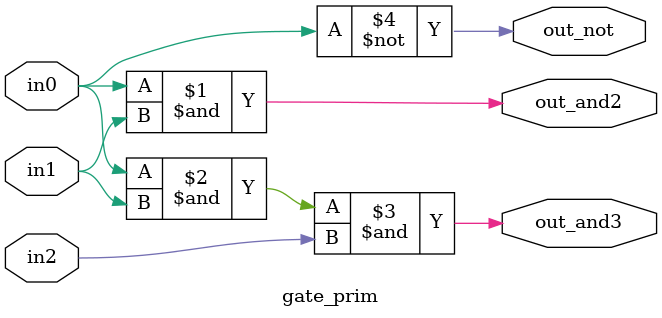
<source format=v>
module gate_prim(in0, in1, in2, out_not, out_and2, out_and3);
input in0, in1, in2; 
output out_not, out_and2, out_and3;

// 1 input
not n1(out_not, in0);

// 2 input
and an2(out_and2, in0, in1);

// 3 input
and an3(out_and3, in0, in1, in2);

endmodule


</source>
